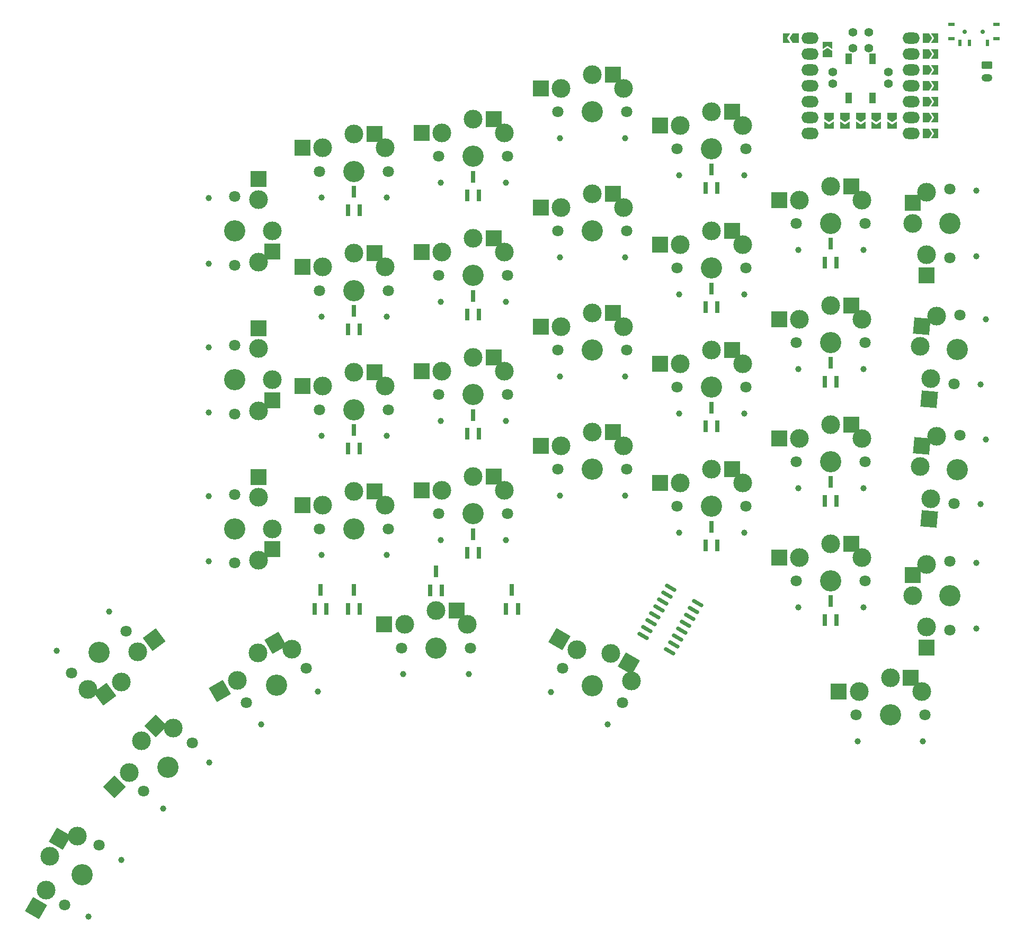
<source format=gts>
G04 #@! TF.GenerationSoftware,KiCad,Pcbnew,7.0.2*
G04 #@! TF.CreationDate,2023-05-25T14:19:07+02:00*
G04 #@! TF.ProjectId,mykeeb_v7a3,6d796b65-6562-45f7-9637-61332e6b6963,rev?*
G04 #@! TF.SameCoordinates,Original*
G04 #@! TF.FileFunction,Soldermask,Top*
G04 #@! TF.FilePolarity,Negative*
%FSLAX46Y46*%
G04 Gerber Fmt 4.6, Leading zero omitted, Abs format (unit mm)*
G04 Created by KiCad (PCBNEW 7.0.2) date 2023-05-25 14:19:07*
%MOMM*%
%LPD*%
G01*
G04 APERTURE LIST*
G04 Aperture macros list*
%AMRoundRect*
0 Rectangle with rounded corners*
0 $1 Rounding radius*
0 $2 $3 $4 $5 $6 $7 $8 $9 X,Y pos of 4 corners*
0 Add a 4 corners polygon primitive as box body*
4,1,4,$2,$3,$4,$5,$6,$7,$8,$9,$2,$3,0*
0 Add four circle primitives for the rounded corners*
1,1,$1+$1,$2,$3*
1,1,$1+$1,$4,$5*
1,1,$1+$1,$6,$7*
1,1,$1+$1,$8,$9*
0 Add four rect primitives between the rounded corners*
20,1,$1+$1,$2,$3,$4,$5,0*
20,1,$1+$1,$4,$5,$6,$7,0*
20,1,$1+$1,$6,$7,$8,$9,0*
20,1,$1+$1,$8,$9,$2,$3,0*%
%AMRotRect*
0 Rectangle, with rotation*
0 The origin of the aperture is its center*
0 $1 length*
0 $2 width*
0 $3 Rotation angle, in degrees counterclockwise*
0 Add horizontal line*
21,1,$1,$2,0,0,$3*%
%AMFreePoly0*
4,1,6,1.000000,0.000000,0.500000,-0.750000,-0.500000,-0.750000,-0.500000,0.750000,0.500000,0.750000,1.000000,0.000000,1.000000,0.000000,$1*%
%AMFreePoly1*
4,1,6,0.500000,-0.750000,-0.650000,-0.750000,-0.150000,0.000000,-0.650000,0.750000,0.500000,0.750000,0.500000,-0.750000,0.500000,-0.750000,$1*%
G04 Aperture macros list end*
%ADD10C,1.800000*%
%ADD11C,0.990600*%
%ADD12C,3.000000*%
%ADD13C,3.400000*%
%ADD14RotRect,2.600000X2.600000X210.000000*%
%ADD15RotRect,2.600000X2.600000X265.000000*%
%ADD16RoundRect,0.150000X-0.789471X0.282596X0.639471X-0.542404X0.789471X-0.282596X-0.639471X0.542404X0*%
%ADD17R,2.600000X2.600000*%
%ADD18RotRect,2.600000X2.600000X225.000000*%
%ADD19RotRect,2.600000X2.600000X240.000000*%
%ADD20RoundRect,0.250000X-0.625000X0.350000X-0.625000X-0.350000X0.625000X-0.350000X0.625000X0.350000X0*%
%ADD21O,1.750000X1.200000*%
%ADD22RotRect,2.600000X2.600000X37.000000*%
%ADD23R,1.000000X0.600000*%
%ADD24R,1.100000X0.600000*%
%ADD25C,0.700000*%
%ADD26R,0.600000X1.000000*%
%ADD27FreePoly0,180.000000*%
%ADD28O,2.750000X1.800000*%
%ADD29FreePoly0,90.000000*%
%ADD30FreePoly0,270.000000*%
%ADD31R,1.000000X1.700000*%
%ADD32C,1.397000*%
%ADD33FreePoly0,0.000000*%
%ADD34FreePoly1,0.000000*%
%ADD35FreePoly1,270.000000*%
%ADD36FreePoly1,180.000000*%
%ADD37FreePoly1,90.000000*%
%ADD38RotRect,2.600000X2.600000X150.000000*%
%ADD39R,0.800000X1.900000*%
G04 APERTURE END LIST*
D10*
X96535575Y-139700920D03*
D11*
X98878062Y-143198227D03*
D12*
X95093588Y-136203325D03*
X98323715Y-131798069D03*
D13*
X101298715Y-136950920D03*
D12*
X103753842Y-131203325D03*
D11*
X107919368Y-137978227D03*
D10*
X106061855Y-134200920D03*
D14*
X101159948Y-130160569D03*
X92257355Y-137840825D03*
D10*
X209601558Y-88751991D03*
D11*
X213809980Y-88839110D03*
D12*
X205909406Y-87927059D03*
X204153557Y-82754343D03*
D13*
X210080915Y-83272920D03*
D12*
X206780964Y-77965112D03*
D11*
X214719886Y-78438838D03*
D10*
X210560272Y-77793849D03*
D15*
X204438992Y-79491806D03*
X205623971Y-91189597D03*
D16*
X164342659Y-121338688D03*
X163707659Y-122438540D03*
X163072659Y-123538393D03*
X162437659Y-124638245D03*
X161802659Y-125738097D03*
X161167659Y-126837949D03*
X160532659Y-127937802D03*
X159897659Y-129037654D03*
X164184485Y-131512654D03*
X164819485Y-130412802D03*
X165454485Y-129312949D03*
X166089485Y-128213097D03*
X166724485Y-127113245D03*
X167359485Y-126013393D03*
X167994485Y-124913540D03*
X168629485Y-123813688D03*
D10*
X165354815Y-70246920D03*
D11*
X165634815Y-74446920D03*
D12*
X165854815Y-66496920D03*
X170854815Y-64296920D03*
D13*
X170854815Y-70246920D03*
D12*
X175854815Y-66496920D03*
D11*
X176074815Y-74446920D03*
D10*
X176354815Y-70246920D03*
D17*
X174129815Y-64296920D03*
X162579815Y-66496920D03*
D10*
X184404815Y-101203220D03*
D11*
X184684815Y-105403220D03*
D12*
X184904815Y-97453220D03*
X189904815Y-95253220D03*
D13*
X189904815Y-101203220D03*
D12*
X194904815Y-97453220D03*
D11*
X195124815Y-105403220D03*
D10*
X195404815Y-101203220D03*
D17*
X193179815Y-95253220D03*
X181629815Y-97453220D03*
D10*
X127254815Y-71437620D03*
D11*
X127534815Y-75637620D03*
D12*
X127754815Y-67687620D03*
X132754815Y-65487620D03*
D13*
X132754815Y-71437620D03*
D12*
X137754815Y-67687620D03*
D11*
X137974815Y-75637620D03*
D10*
X138254815Y-71437620D03*
D17*
X136029815Y-65487620D03*
X124479815Y-67687620D03*
D10*
X184404815Y-120253220D03*
D11*
X184684815Y-124453220D03*
D12*
X184904815Y-116503220D03*
X189904815Y-114303220D03*
D13*
X189904815Y-120253220D03*
D12*
X194904815Y-116503220D03*
D11*
X195124815Y-124453220D03*
D10*
X195404815Y-120253220D03*
D17*
X193179815Y-114303220D03*
X181629815Y-116503220D03*
D10*
X146304783Y-45243780D03*
D11*
X146584783Y-49443780D03*
D12*
X146804783Y-41493780D03*
X151804783Y-39293780D03*
D13*
X151804783Y-45243780D03*
D12*
X156804783Y-41493780D03*
D11*
X157024783Y-49443780D03*
D10*
X157304783Y-45243780D03*
D17*
X155079783Y-39293780D03*
X143529783Y-41493780D03*
D10*
X208954815Y-128134420D03*
D11*
X213154815Y-127854420D03*
D12*
X205204815Y-127634420D03*
X203004815Y-122634420D03*
D13*
X208954815Y-122634420D03*
D12*
X205204815Y-117634420D03*
D11*
X213154815Y-117414420D03*
D10*
X208954815Y-117134420D03*
D17*
X203004815Y-119359420D03*
X205204815Y-130909420D03*
D10*
X208954815Y-68603220D03*
D11*
X213154815Y-68323220D03*
D12*
X205204815Y-68103220D03*
X203004815Y-63103220D03*
D13*
X208954815Y-63103220D03*
D12*
X205204815Y-58103220D03*
D11*
X213154815Y-57883220D03*
D10*
X208954815Y-57603220D03*
D17*
X203004815Y-59828220D03*
X205204815Y-71378220D03*
D10*
X121301615Y-130968920D03*
D11*
X121581615Y-135168920D03*
D12*
X121801615Y-127218920D03*
X126801615Y-125018920D03*
D13*
X126801615Y-130968920D03*
D12*
X131801615Y-127218920D03*
D11*
X132021615Y-135168920D03*
D10*
X132301615Y-130968920D03*
D17*
X130076615Y-125018920D03*
X118526615Y-127218920D03*
D10*
X94654715Y-106418920D03*
D11*
X90454715Y-106698920D03*
D12*
X98404715Y-106918920D03*
X100604715Y-111918920D03*
D13*
X94654715Y-111918920D03*
D12*
X98404715Y-116918920D03*
D11*
X90454715Y-117138920D03*
D10*
X94654715Y-117418920D03*
D17*
X100604715Y-115193920D03*
X98404715Y-103643920D03*
D10*
X80050028Y-153907907D03*
D11*
X83217866Y-156679766D03*
D12*
X77751931Y-150902703D03*
X79731830Y-145811535D03*
D13*
X83939115Y-150018820D03*
D12*
X84822998Y-143831636D03*
D11*
X90600061Y-149297571D03*
D10*
X87828202Y-146129733D03*
D18*
X82047604Y-143495760D03*
X75436156Y-153218478D03*
D10*
X184404783Y-63103180D03*
D11*
X184684783Y-67303180D03*
D12*
X184904783Y-59353180D03*
X189904783Y-57153180D03*
D13*
X189904783Y-63103180D03*
D12*
X194904783Y-59353180D03*
D11*
X195124783Y-67303180D03*
D10*
X195404783Y-63103180D03*
D17*
X193179783Y-57153180D03*
X181629783Y-59353180D03*
D10*
X67496815Y-172046160D03*
D11*
X71274122Y-173903673D03*
D12*
X64499220Y-169738147D03*
X65093964Y-164308020D03*
D13*
X70246815Y-167283020D03*
D12*
X69499220Y-161077893D03*
D11*
X76494122Y-164862367D03*
D10*
X72996815Y-162519880D03*
D19*
X66731464Y-161471787D03*
X62861720Y-172574380D03*
D20*
X214862680Y-37783032D03*
D21*
X214862680Y-39783032D03*
D10*
X77310010Y-128341537D03*
D11*
X74558769Y-125155776D03*
D12*
X79167499Y-131637328D03*
X76498314Y-136403401D03*
D13*
X72917515Y-131651520D03*
D12*
X71181144Y-137655478D03*
D11*
X66221015Y-131438725D03*
D10*
X68525020Y-134961503D03*
D22*
X73882783Y-138374345D03*
X81783030Y-129666384D03*
D10*
X108204815Y-111918820D03*
D11*
X108484815Y-116118820D03*
D12*
X108704815Y-108168820D03*
X113704815Y-105968820D03*
D13*
X113704815Y-111918820D03*
D12*
X118704815Y-108168820D03*
D11*
X118924815Y-116118820D03*
D10*
X119204815Y-111918820D03*
D17*
X116979815Y-105968820D03*
X105429815Y-108168820D03*
D10*
X146304815Y-102393820D03*
D11*
X146584815Y-106593820D03*
D12*
X146804815Y-98643820D03*
X151804815Y-96443820D03*
D13*
X151804815Y-102393820D03*
D12*
X156804815Y-98643820D03*
D11*
X157024815Y-106593820D03*
D10*
X157304815Y-102393820D03*
D17*
X155079815Y-96443820D03*
X143529815Y-98643820D03*
D10*
X127254815Y-90487620D03*
D11*
X127534815Y-94687620D03*
D12*
X127754815Y-86737620D03*
X132754815Y-84537620D03*
D13*
X132754815Y-90487620D03*
D12*
X137754815Y-86737620D03*
D11*
X137974815Y-94687620D03*
D10*
X138254815Y-90487620D03*
D17*
X136029815Y-84537620D03*
X124479815Y-86737620D03*
D10*
X108204815Y-92868820D03*
D11*
X108484815Y-97068820D03*
D12*
X108704815Y-89118820D03*
X113704815Y-86918820D03*
D13*
X113704815Y-92868820D03*
D12*
X118704815Y-89118820D03*
D11*
X118924815Y-97068820D03*
D10*
X119204815Y-92868820D03*
D17*
X116979815Y-86918820D03*
X105429815Y-89118820D03*
D10*
X146304815Y-83343820D03*
D11*
X146584815Y-87543820D03*
D12*
X146804815Y-79593820D03*
X151804815Y-77393820D03*
D13*
X151804815Y-83343820D03*
D12*
X156804815Y-79593820D03*
D11*
X157024815Y-87543820D03*
D10*
X157304815Y-83343820D03*
D17*
X155079815Y-77393820D03*
X143529815Y-79593820D03*
D23*
X216348619Y-31282215D03*
D24*
X209148619Y-31282215D03*
D25*
X214198619Y-32425215D03*
X211298619Y-32425215D03*
D24*
X216348619Y-33568215D03*
D23*
X209148619Y-33568215D03*
D26*
X214948619Y-34275215D03*
X212048619Y-34275215D03*
X210548619Y-34275215D03*
D10*
X165354815Y-89296920D03*
D11*
X165634815Y-93496920D03*
D12*
X165854815Y-85546920D03*
X170854815Y-83346920D03*
D13*
X170854815Y-89296920D03*
D12*
X175854815Y-85546920D03*
D11*
X176074815Y-93496920D03*
D10*
X176354815Y-89296920D03*
D17*
X174129815Y-83346920D03*
X162579815Y-85546920D03*
D27*
X184253351Y-33456597D03*
D28*
X186572351Y-33456597D03*
X186572351Y-35996597D03*
X186572351Y-38536597D03*
X186572351Y-41076597D03*
X186572351Y-43616597D03*
X186572351Y-46156597D03*
X186572351Y-48696597D03*
D29*
X189333351Y-35996597D03*
D30*
X189667351Y-45951597D03*
X192167351Y-45951597D03*
D31*
X192767351Y-36735972D03*
D32*
X193397351Y-35044597D03*
D30*
X194667351Y-45951597D03*
D32*
X195937351Y-35044597D03*
D31*
X196567351Y-36735972D03*
D30*
X197167351Y-45951597D03*
X199667351Y-45951597D03*
D28*
X202762351Y-33456597D03*
X202762351Y-35996597D03*
X202762351Y-38536597D03*
X202762351Y-41076597D03*
X202762351Y-43616597D03*
X202762351Y-46156597D03*
X202762351Y-48696597D03*
D33*
X205081351Y-33492597D03*
X205081351Y-36016597D03*
X205081351Y-38556597D03*
X205081351Y-41096597D03*
X205081351Y-43636597D03*
X205081351Y-46176597D03*
X205081351Y-48716597D03*
D34*
X206531351Y-33492597D03*
X206531351Y-36016597D03*
X206531351Y-38556597D03*
X206531351Y-41096597D03*
X206531351Y-43636597D03*
X206531351Y-46176597D03*
X206531351Y-48716597D03*
D35*
X189667351Y-47401597D03*
X192167351Y-47401597D03*
X194667351Y-47401597D03*
X197167351Y-47401597D03*
X199667351Y-47401597D03*
D36*
X182803351Y-33456597D03*
D37*
X189333351Y-34546597D03*
D32*
X193397351Y-32504597D03*
X195937351Y-32504597D03*
D31*
X196567351Y-43035972D03*
X192767351Y-43035972D03*
D32*
X190222351Y-40759597D03*
X199112351Y-40759597D03*
X190222351Y-38854597D03*
X199112351Y-38854597D03*
D10*
X108204783Y-54768780D03*
D11*
X108484783Y-58968780D03*
D12*
X108704783Y-51018780D03*
X113704783Y-48818780D03*
D13*
X113704783Y-54768780D03*
D12*
X118704783Y-51018780D03*
D11*
X118924783Y-58968780D03*
D10*
X119204783Y-54768780D03*
D17*
X116979783Y-48818780D03*
X105429783Y-51018780D03*
D10*
X94654815Y-58793820D03*
D11*
X90454815Y-59073820D03*
D12*
X98404815Y-59293820D03*
X100604815Y-64293820D03*
D13*
X94654815Y-64293820D03*
D12*
X98404815Y-69293820D03*
D11*
X90454815Y-69513820D03*
D10*
X94654815Y-69793820D03*
D17*
X100604815Y-67568820D03*
X98404815Y-56018820D03*
D10*
X127254815Y-109537620D03*
D11*
X127534815Y-113737620D03*
D12*
X127754815Y-105787620D03*
X132754815Y-103587620D03*
D13*
X132754815Y-109537620D03*
D12*
X137754815Y-105787620D03*
D11*
X137974815Y-113737620D03*
D10*
X138254815Y-109537620D03*
D17*
X136029815Y-103587620D03*
X124479815Y-105787620D03*
D10*
X165354815Y-108346920D03*
D11*
X165634815Y-112546920D03*
D12*
X165854815Y-104596920D03*
X170854815Y-102396920D03*
D13*
X170854815Y-108346920D03*
D12*
X175854815Y-104596920D03*
D11*
X176074815Y-112546920D03*
D10*
X176354815Y-108346920D03*
D17*
X174129815Y-102396920D03*
X162579815Y-104596920D03*
D10*
X165354783Y-51196880D03*
D11*
X165634783Y-55396880D03*
D12*
X165854783Y-47446880D03*
X170854783Y-45246880D03*
D13*
X170854783Y-51196880D03*
D12*
X175854783Y-47446880D03*
D11*
X176074783Y-55396880D03*
D10*
X176354783Y-51196880D03*
D17*
X174129783Y-45246880D03*
X162579783Y-47446880D03*
D10*
X209601558Y-107934791D03*
D11*
X213809980Y-108021910D03*
D12*
X205909406Y-107109859D03*
X204153557Y-101937143D03*
D13*
X210080915Y-102455720D03*
D12*
X206780964Y-97147912D03*
D11*
X214719886Y-97621638D03*
D10*
X210560272Y-96976649D03*
D15*
X204438992Y-98674606D03*
X205623971Y-110372397D03*
D10*
X94654815Y-82606320D03*
D11*
X90454815Y-82886320D03*
D12*
X98404815Y-83106320D03*
X100604815Y-88106320D03*
D13*
X94654815Y-88106320D03*
D12*
X98404815Y-93106320D03*
D11*
X90454815Y-93326320D03*
D10*
X94654815Y-93606320D03*
D17*
X100604815Y-91381320D03*
X98404815Y-79831320D03*
D10*
X147041575Y-134243120D03*
D11*
X145184062Y-138020427D03*
D12*
X149349588Y-131245525D03*
X154779715Y-131840269D03*
D13*
X151804715Y-136993120D03*
D12*
X158009842Y-136245525D03*
D11*
X154225368Y-143240427D03*
D10*
X156567855Y-139743120D03*
D38*
X157615948Y-133477769D03*
X146513355Y-129608025D03*
D10*
X193929815Y-141684520D03*
D11*
X194209815Y-145884520D03*
D12*
X194429815Y-137934520D03*
X199429815Y-135734520D03*
D13*
X199429815Y-141684520D03*
D12*
X204429815Y-137934520D03*
D11*
X204649815Y-145884520D03*
D10*
X204929815Y-141684520D03*
D17*
X202704815Y-135734520D03*
X191154815Y-137934520D03*
D10*
X184404815Y-82153220D03*
D11*
X184684815Y-86353220D03*
D12*
X184904815Y-78403220D03*
X189904815Y-76203220D03*
D13*
X189904815Y-82153220D03*
D12*
X194904815Y-78403220D03*
D11*
X195124815Y-86353220D03*
D10*
X195404815Y-82153220D03*
D17*
X193179815Y-76203220D03*
X181629815Y-78403220D03*
D10*
X146304815Y-64293820D03*
D11*
X146584815Y-68493820D03*
D12*
X146804815Y-60543820D03*
X151804815Y-58343820D03*
D13*
X151804815Y-64293820D03*
D12*
X156804815Y-60543820D03*
D11*
X157024815Y-68493820D03*
D10*
X157304815Y-64293820D03*
D17*
X155079815Y-58343820D03*
X143529815Y-60543820D03*
D10*
X127254783Y-52387580D03*
D11*
X127534783Y-56587580D03*
D12*
X127754783Y-48637580D03*
X132754783Y-46437580D03*
D13*
X132754783Y-52387580D03*
D12*
X137754783Y-48637580D03*
D11*
X137974783Y-56587580D03*
D10*
X138254783Y-52387580D03*
D17*
X136029783Y-46437580D03*
X124479783Y-48637580D03*
D39*
X114654783Y-99131332D03*
X112754783Y-99131332D03*
X113704783Y-96131332D03*
D25*
X214198619Y-32425215D03*
X211298619Y-32425215D03*
D39*
X133704799Y-115800080D03*
X131804799Y-115800080D03*
X132754799Y-112800080D03*
X190854847Y-107465698D03*
X188954847Y-107465698D03*
X189904847Y-104465698D03*
X133704799Y-58650032D03*
X131804799Y-58650032D03*
X132754799Y-55650032D03*
X190854847Y-88415682D03*
X188954847Y-88415682D03*
X189904847Y-85415682D03*
X171804831Y-95559438D03*
X169904831Y-95559438D03*
X170854831Y-92559438D03*
X171804831Y-76509422D03*
X169904831Y-76509422D03*
X170854831Y-73509422D03*
X114654783Y-124729775D03*
X112754783Y-124729775D03*
X113704783Y-121729775D03*
X133704799Y-96750064D03*
X131804799Y-96750064D03*
X132754799Y-93750064D03*
X190854847Y-69365666D03*
X188954847Y-69365666D03*
X189904847Y-66365666D03*
X127751669Y-121753210D03*
X125851669Y-121753210D03*
X126801669Y-118753210D03*
D10*
X119204815Y-73818820D03*
D11*
X118924815Y-78018820D03*
D12*
X118704815Y-70068820D03*
D13*
X113704815Y-73818820D03*
D12*
X113704815Y-67868820D03*
X108704815Y-70068820D03*
D11*
X108484815Y-78018820D03*
D10*
X108204815Y-73818820D03*
D17*
X116979815Y-67868820D03*
X105429815Y-70068820D03*
D39*
X171804831Y-114609454D03*
X169904831Y-114609454D03*
X170854831Y-111609454D03*
X133704799Y-77700048D03*
X131804799Y-77700048D03*
X132754799Y-74700048D03*
X114654783Y-61031300D03*
X112754783Y-61031300D03*
X113704783Y-58031300D03*
X114654783Y-80081316D03*
X112754783Y-80081316D03*
X113704783Y-77081316D03*
X190854847Y-126515714D03*
X188954847Y-126515714D03*
X189904847Y-123515714D03*
X171804831Y-57459406D03*
X169904831Y-57459406D03*
X170854831Y-54459406D03*
X139898555Y-124729775D03*
X137998555Y-124729775D03*
X138948555Y-121729775D03*
X109296966Y-124729791D03*
X107396966Y-124729791D03*
X108346966Y-121729791D03*
M02*

</source>
